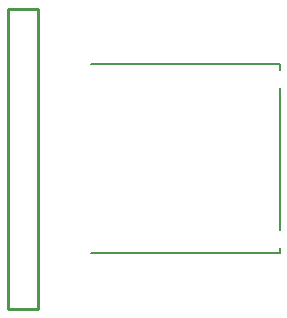
<source format=gbr>
G04 DipTrace 2.4.0.2*
%INTopSilk.gbr*%
%MOMM*%
%ADD10C,0.25*%
%ADD14C,0.127*%
%FSLAX53Y53*%
G04*
G71*
G90*
G75*
G01*
%LNTopSilk*%
%LPD*%
X7000Y22000D2*
D14*
X23000D1*
Y6000D2*
X7000D1*
X23000Y20000D2*
Y8000D1*
Y6499D2*
Y6000D1*
Y22000D2*
Y21501D1*
X30Y1299D2*
D10*
X2570D1*
Y26701D1*
X30D1*
Y1299D1*
M02*

</source>
